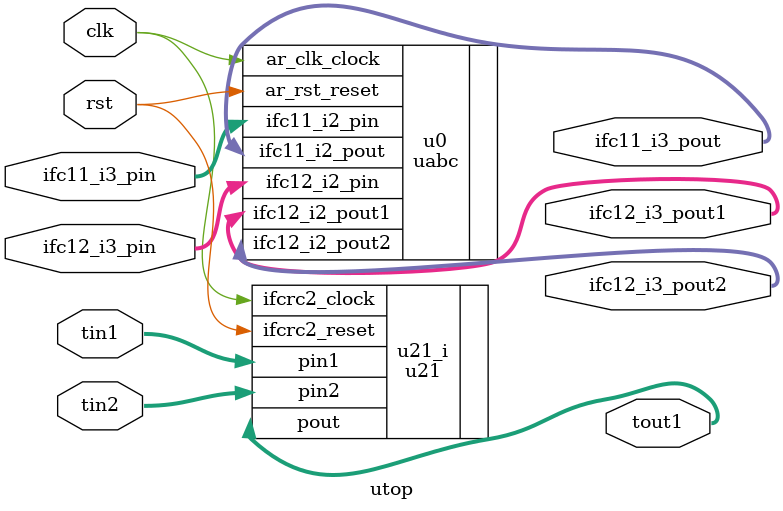
<source format=v>
`include "defines.v"

module utop(rst,
            clk,
            tin1,
            tin2,
            tout1,
            ifc11_i3_pin,
            ifc11_i3_pout,
            ifc12_i3_pin,
            ifc12_i3_pout1,
            ifc12_i3_pout2);
// Location of source csl unit: file name = ar13b.csl line number = 88
  input rst;
  input clk;
  input [8 - 1:0] tin1;
  input [8 - 1:0] tin2;
  input [8 - 1:0] ifc11_i3_pin;
  input [8 - 1:0] ifc12_i3_pin;
  output [36 - 1:0] tout1;
  output [8 - 1:0] ifc11_i3_pout;
  output [8 - 1:0] ifc12_i3_pout1;
  output [8 - 1:0] ifc12_i3_pout2;
  uabc u0(.ar_clk_clock(clk),
          .ar_rst_reset(rst),
          .ifc11_i2_pin(ifc11_i3_pin),
          .ifc11_i2_pout(ifc11_i3_pout),
          .ifc12_i2_pin(ifc12_i3_pin),
          .ifc12_i2_pout1(ifc12_i3_pout1),
          .ifc12_i2_pout2(ifc12_i3_pout2));
  u21 u21_i(.ifcrc2_clock(clk),
            .ifcrc2_reset(rst),
            .pin1(tin1),
            .pin2(tin2),
            .pout(tout1));
  `include "utop.logic.v"
endmodule


</source>
